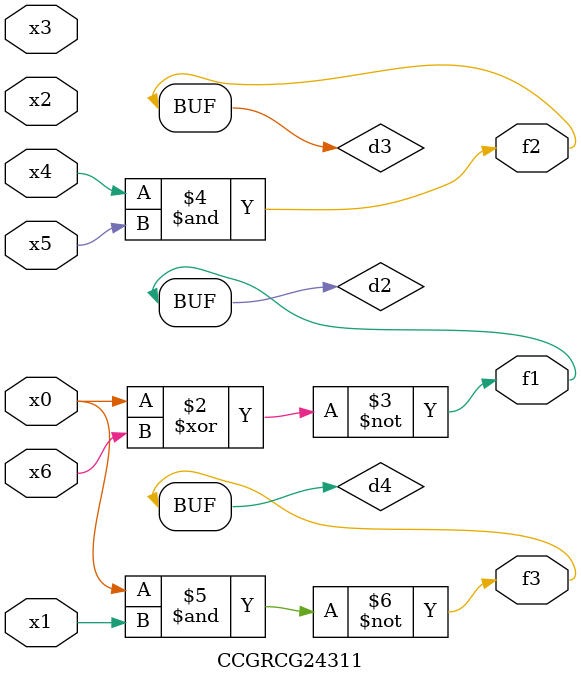
<source format=v>
module CCGRCG24311(
	input x0, x1, x2, x3, x4, x5, x6,
	output f1, f2, f3
);

	wire d1, d2, d3, d4;

	nor (d1, x0);
	xnor (d2, x0, x6);
	and (d3, x4, x5);
	nand (d4, x0, x1);
	assign f1 = d2;
	assign f2 = d3;
	assign f3 = d4;
endmodule

</source>
